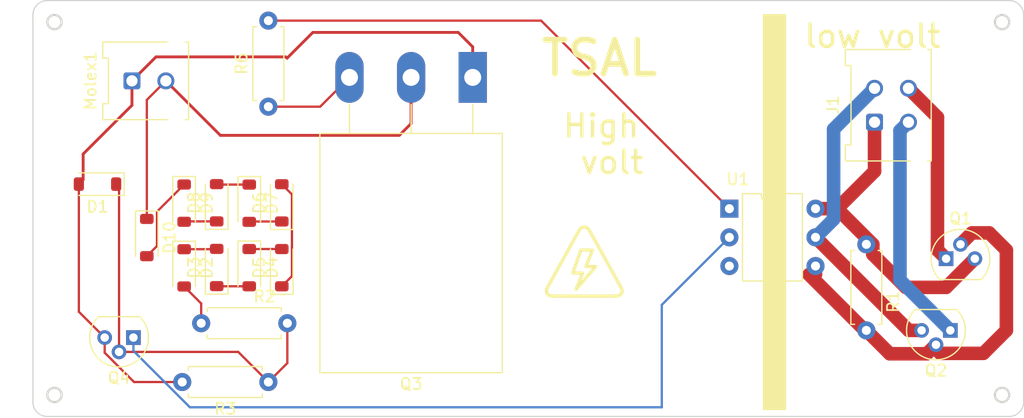
<source format=kicad_pcb>
(kicad_pcb (version 20221018) (generator pcbnew)
  (layers (0 "F.Cu" signal) (31 "B.Cu" signal) (34 "B.Paste" user) (35 "F.Paste" user) (36 "B.SilkS" user "B.Silkscreen") (37 "F.SilkS" user "F.Silkscreen") (38 "B.Mask" user) (39 "F.Mask" user) (44 "Edge.Cuts" user))
  (net 0 "")
  (net 1 "Net-(D1-K)")
  (net 2 "Net-(D1-A)")
  (net 3 "Net-(D4-K)")
  (net 4 "GLV+")
  (net 5 "GLV-")
  (net 6 "GR-")
  (net 7 "RD+")
  (net 8 "Net-(Q1-G)")
  (net 9 "Net-(Q3-S)")
  (net 10 "Net-(Q4-D)")
  (net 11 "Net-(R6-Pad2)")
  (net 13 "Net-(D2-A)")
  (net 14 "Net-(D10-K)")
  (net 15 "Net-(D2-K)")
  (net 16 "Net-(D3-K)")
  (net 17 "Net-(D5-K)")
  (net 18 "Net-(D6-K)")
  (net 19 "Net-(D7-K)")
  (net 20 "Net-(D8-K)")
  (net 21 "Net-(D10-A)")
  (footprint "Resistor_THT:R_Axial_DIN0207_L6.3mm_D2.5mm_P7.62mm_Horizontal" (layer "F.Cu") (at 130.048 113.792 180)
    (fp_text reference "R3" (at 3.81 -2.37) (layer "F.SilkS"))
    (fp_text value "10M")
    (fp_line (start 0.54 -1.37) (end 7.08 -1.37) (stroke (width 0.12)) (layer "F.SilkS"))
    (fp_line (start 0.54 -1.04) (end 0.54 -1.37) (stroke (width 0.12)) (layer "F.SilkS"))
    (fp_line (start 0.54 1.04) (end 0.54 1.37) (stroke (width 0.12)) (layer "F.SilkS"))
    (fp_line (start 0.54 1.37) (end 7.08 1.37) (stroke (width 0.12)) (layer "F.SilkS"))
    (fp_line (start 7.08 -1.37) (end 7.08 -1.04) (stroke (width 0.12)) (layer "F.SilkS"))
    (fp_line (start 7.08 1.37) (end 7.08 1.04) (stroke (width 0.12)) (layer "F.SilkS"))
    (pad "1" thru_hole circle (at 0 0 180) (size 1.6 1.6) (drill 0.8) (layers "*.Cu" "*.Mask") (net 1 "Net-(D1-K)"))
    (pad "2" thru_hole oval (at 7.62 0 180) (size 1.6 1.6) (drill 0.8) (layers "*.Cu" "*.Mask") (net 2 "Net-(D1-A)"))
  )
  (footprint "Connector_Molex:Molex_Micro-Fit_3.0_43045-0212_2x01_P3.00mm_Vertical" (layer "F.Cu") (at 117.9802 87.122 90)
    (fp_text reference "Molex1" (at 0 -3.67 90) (layer "F.SilkS"))
    (fp_text value "043045-0212")
    (fp_line (start -3.435 -2.58) (end -2.015 -2.58) (stroke (width 0.12)) (layer "F.SilkS"))
    (fp_line (start -3.435 3.18) (end -3.435 -2.58) (stroke (width 0.12)) (layer "F.SilkS"))
    (fp_line (start -3.435 4.7) (end -3.435 5.01) (stroke (width 0.12)) (layer "F.SilkS"))
    (fp_line (start -3.435 5.01) (end 3.435 5.01) (stroke (width 0.12)) (layer "F.SilkS"))
    (fp_line (start -2.015 -2.58) (end -2.015 -2.08) (stroke (width 0.12)) (layer "F.SilkS"))
    (fp_line (start -2.015 -2.08) (end 2.015 -2.08) (stroke (width 0.12)) (layer "F.SilkS"))
    (fp_line (start 2.015 -2.58) (end 3.435 -2.58) (stroke (width 0.12)) (layer "F.SilkS"))
    (fp_line (start 2.015 -2.08) (end 2.015 -2.58) (stroke (width 0.12)) (layer "F.SilkS"))
    (fp_line (start 3.435 -2.58) (end 3.435 3.18) (stroke (width 0.12)) (layer "F.SilkS"))
    (fp_line (start 3.435 5.01) (end 3.435 4.7) (stroke (width 0.12)) (layer "F.SilkS"))
    (pad "" np_thru_hole circle (at -3 3.94 90) (size 1 1) (drill 1) (layers "*.Cu" "*.Mask"))
    (pad "" np_thru_hole circle (at 3 3.94 90) (size 1 1) (drill 1) (layers "*.Cu" "*.Mask"))
    (pad "1" thru_hole roundrect (at 0 0 90) (size 1.5 1.5) (drill 1) (layers "*.Cu" "*.Mask") (roundrect_rratio 0.166667) (net 2 "Net-(D1-A)"))
    (pad "2" thru_hole circle (at 0 3 90) (size 1.5 1.5) (drill 1) (layers "*.Cu" "*.Mask") (net 14 "Net-(D10-K)"))
  )
  (footprint "Diode_SMD:D_SOD-123" (layer "F.Cu") (at 131.233334 97.924428 90)
    (fp_text reference "D6" (at 0 -2 90) (layer "F.SilkS"))
    (fp_text value "BZT52-B5V6X")
    (fp_line (start -2.36 -1) (end -2.36 1) (stroke (width 0.12)) (layer "F.SilkS"))
    (fp_line (start -2.36 -1) (end 1.65 -1) (stroke (width 0.12)) (layer "F.SilkS"))
    (fp_line (start -2.36 1) (end 1.65 1) (stroke (width 0.12)) (layer "F.SilkS"))
    (pad "1" smd roundrect (at -1.65 0 90) (size 0.9 1.2) (layers "F.Cu" "F.Paste" "F.Mask") (net 18 "Net-(D6-K)"))
    (pad "2" smd roundrect (at 1.65 0 90) (size 0.9 1.2) (layers "F.Cu" "F.Paste" "F.Mask") (net 17 "Net-(D5-K)"))
  )
  (footprint "Resistor_THT:R_Axial_DIN0207_L6.3mm_D2.5mm_P7.62mm_Horizontal" (layer "F.Cu") (at 182.941 101.6 -90)
    (fp_text reference "R1" (at 5.08 -2.37 90) (layer "F.SilkS"))
    (fp_text value "10000")
    (fp_line (start 0.54 -1.37) (end 7.08 -1.37) (stroke (width 0.12)) (layer "F.SilkS"))
    (fp_line (start 0.54 -1.04) (end 0.54 -1.37) (stroke (width 0.12)) (layer "F.SilkS"))
    (fp_line (start 0.54 1.04) (end 0.54 1.37) (stroke (width 0.12)) (layer "F.SilkS"))
    (fp_line (start 0.54 1.37) (end 7.08 1.37) (stroke (width 0.12)) (layer "F.SilkS"))
    (fp_line (start 7.08 -1.37) (end 7.08 -1.04) (stroke (width 0.12)) (layer "F.SilkS"))
    (fp_line (start 7.08 1.37) (end 7.08 1.04) (stroke (width 0.12)) (layer "F.SilkS"))
    (pad "1" thru_hole circle (at 0 0 270) (size 1.6 1.6) (drill 0.8) (layers "*.Cu" "*.Mask") (net 4 "GLV+"))
    (pad "2" thru_hole oval (at 7.62 0 270) (size 1.6 1.6) (drill 0.8) (layers "*.Cu" "*.Mask") (net 8 "Net-(Q1-G)"))
  )
  (footprint "Resistor_THT:R_Axial_DIN0207_L6.3mm_D2.5mm_P7.62mm_Horizontal" (layer "F.Cu") (at 124.1044 108.585)
    (fp_text reference "R2" (at 5.602 -2.37) (layer "F.SilkS"))
    (fp_text value "1M")
    (fp_line (start 0.54 -1.37) (end 7.08 -1.37) (stroke (width 0.12)) (layer "F.SilkS"))
    (fp_line (start 0.54 -1.04) (end 0.54 -1.37) (stroke (width 0.12)) (layer "F.SilkS"))
    (fp_line (start 0.54 1.04) (end 0.54 1.37) (stroke (width 0.12)) (layer "F.SilkS"))
    (fp_line (start 0.54 1.37) (end 7.08 1.37) (stroke (width 0.12)) (layer "F.SilkS"))
    (fp_line (start 7.08 -1.37) (end 7.08 -1.04) (stroke (width 0.12)) (layer "F.SilkS"))
    (fp_line (start 7.08 1.37) (end 7.08 1.04) (stroke (width 0.12)) (layer "F.SilkS"))
    (pad "1" thru_hole circle (at 0 0) (size 1.6 1.6) (drill 0.8) (layers "*.Cu" "*.Mask") (net 13 "Net-(D2-A)"))
    (pad "2" thru_hole oval (at 7.62 0) (size 1.6 1.6) (drill 0.8) (layers "*.Cu" "*.Mask") (net 1 "Net-(D1-K)"))
  )
  (footprint "Diode_SMD:D_SOD-123" (layer "F.Cu") (at 114.934 96.266 180)
    (fp_text reference "D1" (at 0 -2) (layer "F.SilkS"))
    (fp_text value "BZT52-B12_R1_00001")
    (fp_line (start -2.36 -1) (end -2.36 1) (stroke (width 0.12)) (layer "F.SilkS"))
    (fp_line (start -2.36 -1) (end 1.65 -1) (stroke (width 0.12)) (layer "F.SilkS"))
    (fp_line (start -2.36 1) (end 1.65 1) (stroke (width 0.12)) (layer "F.SilkS"))
    (pad "1" smd roundrect (at -1.65 0 180) (size 0.9 1.2) (layers "F.Cu" "F.Paste" "F.Mask") (net 1 "Net-(D1-K)"))
    (pad "2" smd roundrect (at 1.65 0 180) (size 0.9 1.2) (layers "F.Cu" "F.Paste" "F.Mask") (net 2 "Net-(D1-A)"))
  )
  (footprint "Package_TO_SOT_THT:TO-92" (layer "F.Cu") (at 190.3675 109.22 180)
    (fp_text reference "Q2" (at 1.27 -3.56 180) (layer "F.SilkS"))
    (fp_text value "BS170")
    (fp_line (start -0.53 1.85) (end 3.07 1.85) (stroke (width 0.12)) (layer "F.SilkS"))
    (fp_arc (start -0.568478 1.838478) (mid -1.132087 -0.994977) (end 1.27 -2.6) (stroke (width 0.12)) (layer "F.SilkS"))
    (fp_arc (start 1.27 -2.6) (mid 3.672087 -0.994977) (end 3.108478 1.838478) (stroke (width 0.12)) (layer "F.SilkS"))
    (pad "1" thru_hole rect (at 0 0 180) (size 1.3 1.3) (drill 0.75) (layers "*.Cu" "*.Mask") (net 6 "GR-"))
    (pad "2" thru_hole circle (at 1.27 -1.27 180) (size 1.3 1.3) (drill 0.75) (layers "*.Cu" "*.Mask") (net 8 "Net-(Q1-G)"))
    (pad "3" thru_hole circle (at 2.54 0 180) (size 1.3 1.3) (drill 0.75) (layers "*.Cu" "*.Mask") (net 5 "GLV-"))
  )
  (footprint "Package_TO_SOT_THT:TO-92" (layer "F.Cu") (at 189.9975 102.87)
    (fp_text reference "Q1" (at 1.27 -3.56) (layer "F.SilkS"))
    (fp_text value "BS250P")
    (fp_line (start -0.53 1.85) (end 3.07 1.85) (stroke (width 0.12)) (layer "F.SilkS"))
    (fp_arc (start -0.568478 1.838478) (mid -1.132087 -0.994977) (end 1.27 -2.6) (stroke (width 0.12)) (layer "F.SilkS"))
    (fp_arc (start 1.27 -2.6) (mid 3.672087 -0.994977) (end 3.108478 1.838478) (stroke (width 0.12)) (layer "F.SilkS"))
    (pad "1" thru_hole rect (at 0 0) (size 1.3 1.3) (drill 0.75) (layers "*.Cu" "*.Mask") (net 7 "RD+"))
    (pad "2" thru_hole circle (at 1.27 -1.27) (size 1.3 1.3) (drill 0.75) (layers "*.Cu" "*.Mask") (net 8 "Net-(Q1-G)"))
    (pad "3" thru_hole circle (at 2.54 0) (size 1.3 1.3) (drill 0.75) (layers "*.Cu" "*.Mask") (net 4 "GLV+"))
  )
  (footprint "LOGO" (layer "F.Cu") (at 157.988 103.124)
    (fp_text reference "G***" hide)
    (fp_text value "LOGO" hide)
    (fp_poly (pts (xy 0.221786 -1.162324) (xy 0.361921 -1.162169) (xy 0.477264 -1.161801) (xy 0.57038 -1.161116) (xy 0.643831 -1.160011) (xy 0.700182 -1.158383) (xy 0.741998 -1.156128) (xy 0.77184 -1.153143) (xy 0.792275 -1.149325) (xy 0.805865 -1.14457) (xy 0.815175 -1.138774) (xy 0.815658 -1.138387) (xy 0.855584 -1.0918) (xy 0.874507 -1.037338) (xy 0.875391 -1.023182) (xy 0.870423 -1.004497) (xy 0.856172 -0.96302) (xy 0.833617 -0.901319) (xy 0.803734 -0.821963) (xy 0.767503 -0.727517) (xy 0.725901 -0.62055) (xy 0.679906 -0.503629) (xy 0.630496 -0.379322) (xy 0.622348 -0.358941) (xy 0.572672 -0.234664) (xy 0.526224 -0.118232) (xy 0.483973 -0.012083) (xy 0.446885 0.081341) (xy 0.415925 0.159603) (xy 0.392062 0.220261) (xy 0.376262 0.260876) (xy 0.369491 0.279007) (xy 0.369305 0.279712) (xy 0.382386 0.28153) (xy 0.419235 0.28345) (xy 0.476269 0.285369) (xy 0.549903 0.287183) (xy 0.636549 0.288789) (xy 0.726076 0.290009) (xy 1.082846 0.294077) (xy 1.122737 0.338746) (xy 1.154242 0.391741) (xy 1.162827 0.449942) (xy 1.147804 0.505736) (xy 1.139101 0.520139) (xy 1.123025 0.540815) (xy 1.090963 0.579875) (xy 1.0444 0.635596) (xy 0.98482 0.706255) (xy 0.913708 0.790129) (xy 0.832548 0.885493) (xy 0.742824 0.990624) (xy 0.64602 1.103799) (xy 0.543621 1.223294) (xy 0.437112 1.347386) (xy 0.327975 1.474351) (xy 0.217697 1.602465) (xy 0.107761 1.730006) (xy -0.000349 1.855248) (xy -0.105147 1.97647) (xy -0.205151 2.091947) (xy -0.298875 2.199957) (xy -0.384835 2.298774) (xy -0.461547 2.386677) (xy -0.527527 2.46194) (xy -0.58129 2.522842) (xy -0.621351 2.567658) (xy -0.646227 2.594664) (xy -0.653975 2.602163) (xy -0.710243 2.624997) (xy -0.7656 2.620691) (xy -0.818436 2.589453) (xy -0.828885 2.579666) (xy -0.863211 2.536459) (xy -0.875271 2.495612) (xy -0.87539 2.490825) (xy -0.870402 2.46993) (xy -0.8561 2.426349) (xy -0.83348 2.362733) (xy -0.803537 2.281738) (xy -0.767264 2.186015) (xy -0.725657 2.078217) (xy -0.679711 1.960998) (xy -0.630421 1.83701) (xy -0.627412 1.829495) (xy -0.577938 1.705855) (xy -0.531483 1.589475) (xy -0.489059 1.482915) (xy -0.451682 1.388736) (xy -0.420364 1.309497) (xy -0.396121 1.24776) (xy -0.379966 1.206085) (xy -0.372913 1.187031) (xy -0.372774 1.186565) (xy -0.372308 1.179328) (xy -0.377424 1.173712) (xy -0.391118 1.169513) (xy -0.416389 1.166528) (xy -0.456233 1.164551) (xy -0.513647 1.163379) (xy -0.591629 1.162808) (xy -0.693175 1.162634) (xy -0.724389 1.162628) (xy -1.082664 1.162628) (xy -1.122646 1.122646) (xy -1.152066 1.084189) (xy -1.162322 1.041274) (xy -1.162628 1.029456) (xy -1.157846 1.004736) (xy -1.14357 0.954707) (xy -1.119903 0.879677) (xy -1.112837 0.858293) (xy -0.804044 0.858293) (xy -0.800277 0.863665) (xy -0.783205 0.86786) (xy -0.75036 0.870998) (xy -0.699278 0.873198) (xy -0.627492 0.87458) (xy -0.532537 0.875264) (xy -0.451469 0.875391) (xy -0.09301 0.875391) (xy -0.046505 0.921896) (xy -0.01225 0.964961) (xy -0.000137 1.005704) (xy 0 1.010878) (xy -0.004982 1.034952) (xy -0.018995 1.080364) (xy -0.040641 1.143162) (xy -0.068519 1.219394) (xy -0.101232 1.305109) (xy -0.129876 1.377687) (xy -0.164509 1.46551) (xy -0.193501 1.541685) (xy -0.21587 1.603418) (xy -0.230635 1.647914) (xy -0.236813 1.672379) (xy -0.234355 1.675107) (xy -0.220686 1.659674) (xy -0.191036 1.625529) (xy -0.147197 1.574757) (xy -0.09096 1.509441) (xy -0.024117 1.431665) (xy 0.051539 1.343514) (xy 0.134217 1.247071) (xy 0.222123 1.144419) (xy 0.244584 1.118175) (xy 0.698126 0.588153) (xy 0.409935 0.588153) (xy 0.307652 0.58776) (xy 0.229145 0.586433) (xy 0.170846 0.583949) (xy 0.129183 0.580086) (xy 0.100587 0.57462) (xy 0.082219 0.567714) (xy 0.032316 0.52934) (xy 0.004679 0.479231) (xy 0 0.445576) (xy 0.004973 0.42509) (xy 0.019238 0.381862) (xy 0.041816 0.3185) (xy 0.071727 0.237617) (xy 0.107992 0.141823) (xy 0.149631 0.033729) (xy 0.195664 -0.084054) (xy 0.245112 -0.208916) (xy 0.253043 -0.228796) (xy 0.302681 -0.353219) (xy 0.349097 -0.469807) (xy 0.391324 -0.576118) (xy 0.428399 -0.669714) (xy 0.459357 -0.748156) (xy 0.483234 -0.809003) (xy 0.499066 -0.849815) (xy 0.505887 -0.868153) (xy 0.506085 -0.868907) (xy 0.493014 -0.870668) (xy 0.456225 -0.872247) (xy 0.399357 -0.873577) (xy 0.326048 -0.874588) (xy 0.239937 -0.875213) (xy 0.159597 -0.87539) (xy -0.18689 -0.87539) (xy -0.492525 -0.017097) (xy -0.544759 0.129596) (xy -0.594349 0.268882) (xy -0.640525 0.398591) (xy -0.682512 0.516554) (xy -0.71954 0.620599) (xy -0.750835 0.708556) (xy -0.775625 0.778256) (xy -0.793139 0.827529) (xy -0.802603 0.854203) (xy -0.804044 0.858293) (xy -1.112837 0.858293) (xy -1.086951 0.779954) (xy -1.044818 0.655847) (xy -0.993607 0.507663) (xy -0.933423 0.33571) (xy -0.864371 0.140296) (xy -0.806858 -0.02138) (xy -0.749975 -0.180742) (xy -0.69533 -0.333547) (xy -0.64368 -0.477696) (xy -0.595781 -0.611095) (xy -0.552389 -0.731646) (xy -0.51426 -0.837251) (xy -0.48215 -0.925815) (xy -0.456814 -0.995241) (xy -0.43901 -1.043431) (xy -0.429492 -1.068289) (xy -0.428772 -1.070001) (xy -0.419133 -1.092004) (xy -0.409564 -1.110218) (xy -0.397552 -1.124997) (xy -0.380585 -1.1367) (xy -0.356152 -1.145681) (xy -0.32174 -1.152299) (xy -0.274837 -1.156908) (xy -0.212931 -1.159866) (xy -0.133509 -1.16153) (xy -0.034061 -1.162255) (xy 0.087927 -1.162399)) (fill solid) (layer "F.SilkS"))
    (fp_poly (pts (xy 0.091361 -3.205002) (xy 0.098082 -3.204001) (xy 0.210467 -3.175667) (xy 0.317147 -3.128156) (xy 0.410502 -3.065375) (xy 0.460374 -3.018287) (xy 0.471136 -3.004415) (xy 0.487371 -2.980218) (xy 0.509513 -2.944927) (xy 0.537993 -2.897773) (xy 0.573245 -2.837986) (xy 0.6157 -2.764798) (xy 0.665792 -2.677438) (xy 0.723953 -2.575139) (xy 0.790616 -2.45713) (xy 0.866213 -2.322643) (xy 0.951177 -2.170908) (xy 1.04594 -2.001156) (xy 1.150936 -1.812618) (xy 1.266596 -1.604525) (xy 1.393354 -1.376108) (xy 1.531642 -1.126597) (xy 1.681892 -0.855223) (xy 1.844537 -0.561217) (xy 1.976468 -0.32259) (xy 2.114557 -0.07268) (xy 2.249364 0.171461) (xy 2.380273 0.408708) (xy 2.506664 0.637935) (xy 2.627922 0.858018) (xy 2.743427 1.067832) (xy 2.852564 1.266253) (xy 2.954715 1.452154) (xy 3.049262 1.624411) (xy 3.135588 1.781899) (xy 3.213075 1.923494) (xy 3.281107 2.048069) (xy 3.339065 2.154501) (xy 3.386333 2.241664) (xy 3.422292 2.308434) (xy 3.446326 2.353684) (xy 3.457817 2.376291) (xy 3.458408 2.37763) (xy 3.49094 2.490327) (xy 3.499214 2.608388) (xy 3.484391 2.727065) (xy 3.44763 2.841606) (xy 3.390092 2.947264) (xy 3.312937 3.039288) (xy 3.292123 3.058389) (xy 3.21222 3.114957) (xy 3.117229 3.161868) (xy 3.019093 3.193667) (xy 2.979146 3.201302) (xy 2.956856 3.202547) (xy 2.908768 3.203715) (xy 2.836433 3.204807) (xy 2.741405 3.205824) (xy 2.625236 3.206764) (xy 2.48948 3.20763) (xy 2.335688 3.208419) (xy 2.165414 3.209134) (xy 1.98021 3.209774) (xy 1.781629 3.210339) (xy 1.571224 3.21083) (xy 1.350547 3.211246) (xy 1.121151 3.211589) (xy 0.88459 3.211857) (xy 0.642415 3.212052) (xy 0.396179 3.212174) (xy 0.147436 3.212222) (xy -0.102263 3.212197) (xy -0.351364 3.2121) (xy -0.598314 3.211929) (xy -0.841562 3.211687) (xy -1.079553 3.211372) (xy -1.310737 3.210985) (xy -1.533559 3.210526) (xy -1.746467 3.209996) (xy -1.947908 3.209395) (xy -2.13633 3.208722) (xy -2.310179 3.207978) (xy -2.467904 3.207164) (xy -2.607951 3.206279) (xy -2.728768 3.205324) (xy -2.828801 3.204298) (xy -2.906499 3.203203) (xy -2.960308 3.202038) (xy -2.988676 3.200804) (xy -2.991465 3.200506) (xy -3.068497 3.181009) (xy -3.152727 3.146387) (xy -3.23308 3.101874) (xy -3.292122 3.058389) (xy -3.373711 2.970251) (xy -3.435955 2.867365) (xy -3.477694 2.754481) (xy -3.497767 2.636348) (xy -3.49754 2.626561) (xy -3.198409 2.626561) (xy -3.184856 2.702027) (xy -3.173633 2.732233) (xy -3.124866 2.808288) (xy -3.055548 2.866441) (xy -3.015993 2.887606) (xy -3.009043 2.890464) (xy -3.000368 2.893097) (xy -2.988875 2.895515) (xy -2.973474 2.897728) (xy -2.95307 2.899745) (xy -2.926572 2.901575) (xy -2.892886 2.903228) (xy -2.850921 2.904711) (xy -2.799584 2.906036) (xy -2.737781 2.907211) (xy -2.664422 2.908244) (xy -2.578412 2.909147) (xy -2.47866 2.909927) (xy -2.364072 2.910595) (xy -2.233557 2.911158) (xy -2.086022 2.911627) (xy -1.920374 2.912011) (xy -1.735521 2.912319) (xy -1.53037 2.912561) (xy -1.303829 2.912745) (xy -1.054804 2.912881) (xy -0.782204 2.912977) (xy -0.484936 2.913045) (xy -0.161907 2.913091) (xy -0.00431 2.913108) (xy 0.37363 2.913092) (xy 0.724555 2.912962) (xy 1.048805 2.912716) (xy 1.346721 2.912353) (xy 1.618643 2.911872) (xy 1.864913 2.911271) (xy 2.08587 2.910548) (xy 2.281855 2.909701) (xy 2.453209 2.908729) (xy 2.600271 2.907631) (xy 2.723384 2.906405) (xy 2.822886 2.905048) (xy 2.89912 2.903561) (xy 2.952425 2.90194) (xy 2.983141 2.900185) (xy 2.991167 2.898966) (xy 3.069409 2.856322) (xy 3.131599 2.795787) (xy 3.175559 2.722202) (xy 3.199111 2.640409) (xy 3.200075 2.555249) (xy 3.179818 2.479697) (xy 3.17129 2.463104) (xy 3.150133 2.423688) (xy 3.116962 2.362562) (xy 3.072388 2.280841) (xy 3.017024 2.17964) (xy 2.951483 2.060072) (xy 2.876379 1.923252) (xy 2.792324 1.770294) (xy 2.699932 1.602313) (xy 2.599814 1.420423) (xy 2.492584 1.225737) (xy 2.378854 1.019371) (xy 2.259239 0.802439) (xy 2.13435 0.576054) (xy 2.0048 0.341331) (xy 1.871203 0.099385) (xy 1.734171 -0.14867) (xy 1.720113 -0.174111) (xy 1.54566 -0.489648) (xy 1.380996 -0.787124) (xy 1.226355 -1.066122) (xy 1.081969 -1.326228) (xy 0.948072 -1.567025) (xy 0.824896 -1.788099) (xy 0.712674 -1.989033) (xy 0.611639 -2.169412) (xy 0.522024 -2.328821) (xy 0.444062 -2.466843) (xy 0.377985 -2.583064) (xy 0.324027 -2.677068) (xy 0.28242 -2.74844) (xy 0.253397 -2.796763) (xy 0.237192 -2.821623) (xy 0.234857 -2.82445) (xy 0.167929 -2.873115) (xy 0.08806 -2.90247) (xy 0.001665 -2.912512) (xy -0.084843 -2.903239) (xy -0.165049 -2.874649) (xy -0.232541 -2.82674) (xy -0.23471 -2.824597) (xy -0.246952 -2.806948) (xy -0.272071 -2.765737) (xy -0.309818 -2.701406) (xy -0.359949 -2.614396) (xy -0.422214 -2.505147) (xy -0.496367 -2.3741) (xy -0.582161 -2.221697) (xy -0.679349 -2.048379) (xy -0.787683 -1.854586) (xy -0.906916 -1.64076) (xy -1.036802 -1.407341) (xy -1.177093 -1.15477) (xy -1.327542 -0.883489) (xy -1.487902 -0.593939) (xy -1.657925 -0.286559) (xy -1.719874 -0.174478) (xy -1.857228 0.074132) (xy -1.99121 0.316748) (xy -2.121206 0.552255) (xy -2.246604 0.779539) (xy -2.366792 0.997485) (xy -2.481155 1.204979) (xy -2.589082 1.400907) (xy -2.689958 1.584154) (xy -2.783172 1.753606) (xy -2.868109 1.908148) (xy -2.944158 2.046666) (xy -3.010705 2.168046) (xy -3.067136 2.271173) (xy -3.11284 2.354933) (xy -3.147203 2.418212) (xy -3.169612 2.459894) (xy -3.179454 2.478866) (xy -3.179725 2.479477) (xy -3.196801 2.548164) (xy -3.198409 2.626561) (xy -3.49754 2.626561) (xy -3.495015 2.517716) (xy -3.468278 2.403334) (xy -3.458408 2.37763) (xy -3.448799 2.358421) (xy -3.426557 2.316405) (xy -3.392299 2.252705) (xy -3.346644 2.168448) (xy -3.290207 2.064758) (xy -3.223607 1.94276) (xy -3.147461 1.803579) (xy -3.062386 1.64834) (xy -2.969001 1.478168) (xy -2.867921 1.294188) (xy -2.759765 1.097525) (xy -2.64515 0.889303) (xy -2.524694 0.670648) (xy -2.399013 0.442685) (xy -2.268725 0.206539) (xy -2.134448 -0.036666) (xy -1.996799 -0.285804) (xy -1.976467 -0.32259) (xy -1.804129 -0.634279) (xy -1.644515 -0.922753) (xy -1.497191 -1.188781) (xy -1.361726 -1.433131) (xy -1.237685 -1.656574) (xy -1.124638 -1.859877) (xy -1.022151 -2.043811) (xy -0.929792 -2.209145) (xy -0.847128 -2.356647) (xy -0.773727 -2.487087) (xy -0.709155 -2.601235) (xy -0.652981 -2.699858) (xy -0.604772 -2.783728) (xy -0.564094 -2.853612) (xy -0.530517 -2.910279) (xy -0.503606 -2.9545) (xy -0.482929 -2.987044) (xy -0.468054 -3.008678) (xy -0.460374 -3.018287) (xy -0.373057 -3.09463) (xy -0.268865 -3.153255) (xy -0.153158 -3.192381) (xy -0.031296 -3.210224)) (fill solid) (layer "F.SilkS"))
  )
  (footprint "Diode_SMD:D_SOD-123" (layer "F.Cu") (at 128.354666 97.956572 -90)
    (fp_text reference "D7" (at 0 -2 90) (layer "F.SilkS"))
    (fp_text value "BZT52-B5V6X")
    (fp_line (start -2.36 -1) (end -2.36 1) (stroke (width 0.12)) (layer "F.SilkS"))
    (fp_line (start -2.36 -1) (end 1.65 -1) (stroke (width 0.12)) (layer "F.SilkS"))
    (fp_line (start -2.36 1) (end 1.65 1) (stroke (width 0.12)) (layer "F.SilkS"))
    (pad "1" smd roundrect (at -1.65 0 270) (size 0.9 1.2) (layers "F.Cu" "F.Paste" "F.Mask") (net 19 "Net-(D7-K)"))
    (pad "2" smd roundrect (at 1.65 0 270) (size 0.9 1.2) (layers "F.Cu" "F.Paste" "F.Mask") (net 18 "Net-(D6-K)"))
  )
  (footprint "Diode_SMD:D_SOD-123" (layer "F.Cu") (at 128.354666 103.664144 -90)
    (fp_text reference "D4" (at 0 -2 90) (layer "F.SilkS"))
    (fp_text value "BZT52-B5V6X")
    (fp_line (start -2.36 -1) (end -2.36 1) (stroke (width 0.12)) (layer "F.SilkS"))
    (fp_line (start -2.36 -1) (end 1.65 -1) (stroke (width 0.12)) (layer "F.SilkS"))
    (fp_line (start -2.36 1) (end 1.65 1) (stroke (width 0.12)) (layer "F.SilkS"))
    (pad "1" smd roundrect (at -1.65 0 270) (size 0.9 1.2) (layers "F.Cu" "F.Paste" "F.Mask") (net 3 "Net-(D4-K)"))
    (pad "2" smd roundrect (at 1.65 0 270) (size 0.9 1.2) (layers "F.Cu" "F.Paste" "F.Mask") (net 16 "Net-(D3-K)"))
  )
  (footprint "Connector_Molex:Molex_Micro-Fit_3.0_43045-0412_2x02_P3.00mm_Vertical" (layer "F.Cu") (at 183.6646 90.7796 90)
    (fp_text reference "J1" (at 1.5 -3.67 90) (layer "F.SilkS"))
    (fp_text value "043045-0412")
    (fp_line (start -3.435 -2.58) (end -2.015 -2.58) (stroke (width 0.12)) (layer "F.SilkS"))
    (fp_line (start -3.435 3.18) (end -3.435 -2.58) (stroke (width 0.12)) (layer "F.SilkS"))
    (fp_line (start -3.435 4.7) (end -3.435 5.01) (stroke (width 0.12)) (layer "F.SilkS"))
    (fp_line (start -3.435 5.01) (end 6.435 5.01) (stroke (width 0.12)) (layer "F.SilkS"))
    (fp_line (start -2.015 -2.58) (end -2.015 -2.08) (stroke (width 0.12)) (layer "F.SilkS"))
    (fp_line (start -2.015 -2.08) (end 5.015 -2.08) (stroke (width 0.12)) (layer "F.SilkS"))
    (fp_line (start 5.015 -2.58) (end 6.435 -2.58) (stroke (width 0.12)) (layer "F.SilkS"))
    (fp_line (start 5.015 -2.08) (end 5.015 -2.58) (stroke (width 0.12)) (layer "F.SilkS"))
    (fp_line (start 6.435 -2.58) (end 6.435 3.18) (stroke (width 0.12)) (layer "F.SilkS"))
    (fp_line (start 6.435 5.01) (end 6.435 4.7) (stroke (width 0.12)) (layer "F.SilkS"))
    (pad "" np_thru_hole circle (at -3 3.94 90) (size 1 1) (drill 1) (layers "*.Cu" "*.Mask"))
    (pad "" np_thru_hole circle (at 6 3.94 90) (size 1 1) (drill 1) (layers "*.Cu" "*.Mask"))
    (pad "1" thru_hole roundrect (at 0 0 90) (size 1.5 1.5) (drill 1) (layers "*.Cu" "*.Mask") (roundrect_rratio 0.166667) (net 4 "GLV+"))
    (pad "2" thru_hole circle (at 3 0 90) (size 1.5 1.5) (drill 1) (layers "*.Cu" "*.Mask") (net 5 "GLV-"))
    (pad "3" thru_hole circle (at 0 3 90) (size 1.5 1.5) (drill 1) (layers "*.Cu" "*.Mask") (net 6 "GR-"))
    (pad "4" thru_hole circle (at 3 3 90) (size 1.5 1.5) (drill 1) (layers "*.Cu" "*.Mask") (net 7 "RD+"))
  )
  (footprint "Package_DIP:DIP-6_W7.62mm" (layer "F.Cu") (at 170.825 98.44)
    (fp_text reference "U1" (at 0.752 -2.6058) (layer "F.SilkS"))
    (fp_text value "H11L1M")
    (fp_line (start 1.16 -1.33) (end 1.16 6.41) (stroke (width 0.12)) (layer "F.SilkS"))
    (fp_line (start 1.16 6.41) (end 6.46 6.41) (stroke (width 0.12)) (layer "F.SilkS"))
    (fp_line (start 2.81 -1.33) (end 1.16 -1.33) (stroke (width 0.12)) (layer "F.SilkS"))
    (fp_line (start 6.46 -1.33) (end 4.81 -1.33) (stroke (width 0.12)) (layer "F.SilkS"))
    (fp_line (start 6.46 6.41) (end 6.46 -1.33) (stroke (width 0.12)) (layer "F.SilkS"))
    (fp_arc (start 4.81 -1.33) (mid 3.81 -0.33) (end 2.81 -1.33) (stroke (width 0.12)) (layer "F.SilkS"))
    (pad "1" thru_hole rect (at 0 0) (size 1.6 1.6) (drill 0.8) (layers "*.Cu" "*.Mask") (net 11 "Net-(R6-Pad2)"))
    (pad "2" thru_hole oval (at 0 2.54) (size 1.6 1.6) (drill 0.8) (layers "*.Cu" "*.Mask") (net 10 "Net-(Q4-D)"))
    (pad "3" thru_hole oval (at 0 5.08) (size 1.6 1.6) (drill 0.8) (layers "*.Cu" "*.Mask"))
    (pad "4" thru_hole oval (at 7.62 5.08) (size 1.6 1.6) (drill 0.8) (layers "*.Cu" "*.Mask") (net 8 "Net-(Q1-G)"))
    (pad "5" thru_hole oval (at 7.62 2.54) (size 1.6 1.6) (drill 0.8) (layers "*.Cu" "*.Mask") (net 5 "GLV-"))
    (pad "6" thru_hole oval (at 7.62 0) (size 1.6 1.6) (drill 0.8) (layers "*.Cu" "*.Mask") (net 4 "GLV+"))
  )
  (footprint "Diode_SMD:D_SOD-123" (layer "F.Cu") (at 122.597334 103.67981 -90)
    (fp_text reference "D2" (at 0 -2 90) (layer "F.SilkS"))
    (fp_text value "BZT52-B5V6X")
    (fp_line (start -2.36 -1) (end -2.36 1) (stroke (width 0.12)) (layer "F.SilkS"))
    (fp_line (start -2.36 -1) (end 1.65 -1) (stroke (width 0.12)) (layer "F.SilkS"))
    (fp_line (start -2.36 1) (end 1.65 1) (stroke (width 0.12)) (layer "F.SilkS"))
    (pad "1" smd roundrect (at -1.65 0 270) (size 0.9 1.2) (layers "F.Cu" "F.Paste" "F.Mask") (net 15 "Net-(D2-K)"))
    (pad "2" smd roundrect (at 1.65 0 270) (size 0.9 1.2) (layers "F.Cu" "F.Paste" "F.Mask") (net 13 "Net-(D2-A)"))
  )
  (footprint "Diode_SMD:D_SOD-123" (layer "F.Cu") (at 131.233334 103.666142 90)
    (fp_text reference "D5" (at 0 -2 90) (layer "F.SilkS"))
    (fp_text value "BZT52-B5V6X")
    (fp_line (start -2.36 -1) (end -2.36 1) (stroke (width 0.12)) (layer "F.SilkS"))
    (fp_line (start -2.36 -1) (end 1.65 -1) (stroke (width 0.12)) (layer "F.SilkS"))
    (fp_line (start -2.36 1) (end 1.65 1) (stroke (width 0.12)) (layer "F.SilkS"))
    (pad "1" smd roundrect (at -1.65 0 90) (size 0.9 1.2) (layers "F.Cu" "F.Paste" "F.Mask") (net 17 "Net-(D5-K)"))
    (pad "2" smd roundrect (at 1.65 0 90) (size 0.9 1.2) (layers "F.Cu" "F.Paste" "F.Mask") (net 3 "Net-(D4-K)"))
  )
  (footprint "Diode_SMD:D_SOD-123" (layer "F.Cu") (at 119.295334 100.998144 -90)
    (fp_text reference "D10" (at 0 -2 90) (layer "F.SilkS"))
    (fp_text value "BZT52-B5V6X")
    (fp_line (start -2.36 -1) (end -2.36 1) (stroke (width 0.12)) (layer "F.SilkS"))
    (fp_line (start -2.36 -1) (end 1.65 -1) (stroke (width 0.12)) (layer "F.SilkS"))
    (fp_line (start -2.36 1) (end 1.65 1) (stroke (width 0.12)) (layer "F.SilkS"))
    (pad "1" smd roundrect (at -1.65 0 270) (size 0.9 1.2) (layers "F.Cu" "F.Paste" "F.Mask") (net 14 "Net-(D10-K)"))
    (pad "2" smd roundrect (at 1.65 0 270) (size 0.9 1.2) (layers "F.Cu" "F.Paste" "F.Mask") (net 21 "Net-(D10-A)"))
  )
  (footprint "Package_TO_SOT_THT:TO-247-3_Horizontal_TabDown" (layer "F.Cu") (at 148.1218 86.8144 180)
    (fp_text reference "Q3" (at 5.45 -27.15) (layer "F.SilkS"))
    (fp_text value "UJ3N120035K3S")
    (fp_line (start -2.62 -26.15) (end -2.62 -4.96) (stroke (width 0.12)) (layer "F.SilkS"))
    (fp_line (start -2.62 -26.15) (end 13.52 -26.15) (stroke (width 0.12)) (layer "F.SilkS"))
    (fp_line (start -2.62 -4.96) (end 13.52 -4.96) (stroke (width 0.12)) (layer "F.SilkS"))
    (fp_line (start 0 -4.96) (end 0 -2.4) (stroke (width 0.12)) (layer "F.SilkS"))
    (fp_line (start 5.45 -4.96) (end 5.45 -2.4) (stroke (width 0.12)) (layer "F.SilkS"))
    (fp_line (start 10.9 -4.96) (end 10.9 -2.4) (stroke (width 0.12)) (layer "F.SilkS"))
    (fp_line (start 13.52 -26.15) (end 13.52 -4.96) (stroke (width 0.12)) (layer "F.SilkS"))
    (pad "" np_thru_hole oval (at 5.45 -19.86 180) (size 3.6 3.6) (drill 3.6) (layers "*.Cu" "*.Mask"))
    (pad "1" thru_hole rect (at 0 0 180) (size 2.5 4.5) (drill 1.5) (layers "*.Cu" "*.Mask") (net 2 "Net-(D1-A)"))
    (pad "2" thru_hole oval (at 5.45 0 180) (size 2.5 4.5) (drill 1.5) (layers "*.Cu" "*.Mask") (net 14 "Net-(D10-K)"))
    (pad "3" thru_hole oval (at 10.9 0 180) (size 2.5 4.5) (drill 1.5) (layers "*.Cu" "*.Mask") (net 9 "Net-(Q3-S)"))
  )
  (footprint "Diode_SMD:D_SOD-123" (layer "F.Cu") (at 125.476 97.918 90)
    (fp_text reference "D8" (at 0 -2 90) (layer "F.SilkS"))
    (fp_text value "BZT52-B5V6X")
    (fp_line (start -2.36 -1) (end -2.36 1) (stroke (width 0.12)) (layer "F.SilkS"))
    (fp_line (start -2.36 -1) (end 1.65 -1) (stroke (width 0.12)) (layer "F.SilkS"))
    (fp_line (start -2.36 1) (end 1.65 1) (stroke (width 0.12)) (layer "F.SilkS"))
    (pad "1" smd roundrect (at -1.65 0 90) (size 0.9 1.2) (layers "F.Cu" "F.Paste" "F.Mask") (net 20 "Net-(D8-K)"))
    (pad "2" smd roundrect (at 1.65 0 90) (size 0.9 1.2) (layers "F.Cu" "F.Paste" "F.Mask") (net 19 "Net-(D7-K)"))
  )
  (footprint "Diode_SMD:D_SOD-123" (layer "F.Cu") (at 125.476 103.650476 90)
    (fp_text reference "D3" (at 0 -2 90) (layer "F.SilkS"))
    (fp_text value "BZT52-B5V6X")
    (fp_line (start -2.36 -1) (end -2.36 1) (stroke (width 0.12)) (layer "F.SilkS"))
    (fp_line (start -2.36 -1) (end 1.65 -1) (stroke (width 0.12)) (layer "F.SilkS"))
    (fp_line (start -2.36 1) (end 1.65 1) (stroke (width 0.12)) (layer "F.SilkS"))
    (pad "1" smd roundrect (at -1.65 0 90) (size 0.9 1.2) (layers "F.Cu" "F.Paste" "F.Mask") (net 16 "Net-(D3-K)"))
    (pad "2" smd roundrect (at 1.65 0 90) (size 0.9 1.2) (layers "F.Cu" "F.Paste" "F.Mask") (net 15 "Net-(D2-K)"))
  )
  (footprint "Diode_SMD:D_SOD-123" (layer "F.Cu") (at 122.597334 97.950144 -90)
    (fp_text reference "D9" (at 0 -2 90) (layer "F.SilkS"))
    (fp_text value "BZT52-B5V6X")
    (fp_line (start -2.36 -1) (end -2.36 1) (stroke (width 0.12)) (layer "F.SilkS"))
    (fp_line (start -2.36 -1) (end 1.65 -1) (stroke (width 0.12)) (layer "F.SilkS"))
    (fp_line (start -2.36 1) (end 1.65 1) (stroke (width 0.12)) (layer "F.SilkS"))
    (pad "1" smd roundrect (at -1.65 0 270) (size 0.9 1.2) (layers "F.Cu" "F.Paste" "F.Mask") (net 21 "Net-(D10-A)"))
    (pad "2" smd roundrect (at 1.65 0 270) (size 0.9 1.2) (layers "F.Cu" "F.Paste" "F.Mask") (net 20 "Net-(D8-K)"))
  )
  (footprint "Package_TO_SOT_THT:TO-92" (layer "F.Cu") (at 118.11 109.855 180)
    (fp_text reference "Q4" (at 1.27 -3.56) (layer "F.SilkS"))
    (fp_text value "BS170")
    (fp_line (start -0.53 1.85) (end 3.07 1.85) (stroke (width 0.12)) (layer "F.SilkS"))
    (fp_arc (start -0.568478 1.838478) (mid -1.132087 -0.994977) (end 1.27 -2.6) (stroke (width 0.12)) (layer "F.SilkS"))
    (fp_arc (start 1.27 -2.6) (mid 3.672087 -0.994977) (end 3.108478 1.838478) (stroke (width 0.12)) (layer "F.SilkS"))
    (pad "1" thru_hole rect (at 0 0 180) (size 1.3 1.3) (drill 0.75) (layers "*.Cu" "*.Mask") (net 10 "Net-(Q4-D)"))
    (pad "2" thru_hole circle (at 1.27 -1.27 180) (size 1.3 1.3) (drill 0.75) (layers "*.Cu" "*.Mask") (net 1 "Net-(D1-K)"))
    (pad "3" thru_hole circle (at 2.54 0 180) (size 1.3 1.3) (drill 0.75) (layers "*.Cu" "*.Mask") (net 2 "Net-(D1-A)"))
  )
  (footprint "Resistor_THT:R_Axial_DIN0207_L6.3mm_D2.5mm_P7.62mm_Horizontal" (layer "F.Cu") (at 130.048 89.408 90)
    (fp_text reference "R6" (at 3.81 -2.37 90) (layer "F.SilkS"))
    (fp_text value "5500")
    (fp_line (start 0.54 -1.37) (end 7.08 -1.37) (stroke (width 0.12)) (layer "F.SilkS"))
    (fp_line (start 0.54 -1.04) (end 0.54 -1.37) (stroke (width 0.12)) (layer "F.SilkS"))
    (fp_line (start 0.54 1.04) (end 0.54 1.37) (stroke (width 0.12)) (layer "F.SilkS"))
    (fp_line (start 0.54 1.37) (end 7.08 1.37) (stroke (width 0.12)) (layer "F.SilkS"))
    (fp_line (start 7.08 -1.37) (end 7.08 -1.04) (stroke (width 0.12)) (layer "F.SilkS"))
    (fp_line (start 7.08 1.37) (end 7.08 1.04) (stroke (width 0.12)) (layer "F.SilkS"))
    (pad "1" thru_hole circle (at 0 0 90) (size 1.6 1.6) (drill 0.8) (layers "*.Cu" "*.Mask") (net 9 "Net-(Q3-S)"))
    (pad "2" thru_hole oval (at 7.62 0 90) (size 1.6 1.6) (drill 0.8) (layers "*.Cu" "*.Mask") (net 11 "Net-(R6-Pad2)"))
  )
  (gr_rect (start 173.863 81.28) (end 175.768 116.205) (stroke (width 0.15)) (fill none) (layer "F.SilkS"))
  (gr_line (start 195.58 116.84) (end 110.49 116.84) (stroke (width 0.1)) (layer "Edge.Cuts"))
  (gr_arc (start 195.58 80.01) (mid 196.478026 80.381974) (end 196.85 81.28) (stroke (width 0.1)) (layer "Edge.Cuts"))
  (gr_circle (center 194.945 114.935) (end 195.58 114.935) (stroke (width 0.2)) (fill none) (layer "Edge.Cuts"))
  (gr_arc (start 110.49 116.84) (mid 109.591974 116.468026) (end 109.22 115.57) (stroke (width 0.1)) (layer "Edge.Cuts"))
  (gr_arc (start 196.85 115.57) (mid 196.478026 116.468026) (end 195.58 116.84) (stroke (width 0.1)) (layer "Edge.Cuts"))
  (gr_circle (center 111.125 114.935) (end 111.76 114.935) (stroke (width 0.2)) (fill none) (layer "Edge.Cuts"))
  (gr_line (start 109.22 115.57) (end 109.22 81.28) (stroke (width 0.1)) (layer "Edge.Cuts"))
  (gr_circle (center 194.945 81.915) (end 195.58 81.915) (stroke (width 0.2)) (fill none) (layer "Edge.Cuts"))
  (gr_arc (start 109.22 81.28) (mid 109.591974 80.381974) (end 110.49 80.01) (stroke (width 0.1)) (layer "Edge.Cuts"))
  (gr_circle (center 111.125 81.915) (end 111.76 81.915) (stroke (width 0.2)) (fill none) (layer "Edge.Cuts"))
  (gr_line (start 110.49 80.01) (end 195.58 80.01) (stroke (width 0.1)) (layer "Edge.Cuts"))
  (gr_line (start 196.85 81.28) (end 196.85 115.57) (stroke (width 0.1)) (layer "Edge.Cuts"))
  (gr_text "low volt\n" (at 177.292 84.328) (layer "F.SilkS") (effects (font (size 2 2) (thickness 0.3)) (justify left bottom)))
  (gr_text "High \n volt" (at 155.956 95.504) (layer "F.SilkS") (effects (font (size 2 2) (thickness 0.3)) (justify left bottom)))
  (gr_text "TSAL" (at 153.924 86.868) (layer "F.SilkS") (effects (font (size 3 3) (thickness 0.5) bold) (justify left bottom)))
  (segment (start 127.381 111.125) (end 116.84 111.125) (width 0.2) (layer "F.Cu") (net 1))
  (segment (start 130.048 113.792) (end 127.381 111.125) (width 0.2) (layer "F.Cu") (net 1))
  (segment (start 116.84 96.522) (end 116.84 111.125) (width 0.2) (layer "F.Cu") (net 1))
  (segment (start 131.7244 112.1156) (end 130.048 113.792) (width 0.2) (layer "F.Cu") (net 1))
  (segment (start 116.584 96.266) (end 116.84 96.522) (width 0.2) (layer "F.Cu") (net 1))
  (segment (start 131.7244 108.585) (end 131.7244 112.1156) (width 0.2) (layer "F.Cu") (net 1))
  (segment (start 120.1052 84.997) (end 131.5806 84.997) (width 0.25) (layer "F.Cu") (net 2))
  (segment (start 148.1218 86.8144) (end 148.1218 84.1138) (width 0.25) (layer "F.Cu") (net 2))
  (segment (start 113.665 93.599) (end 113.665 95.885) (width 0.25) (layer "F.Cu") (net 2))
  (segment (start 113.284 96.266) (end 113.284 107.569) (width 0.2) (layer "F.Cu") (net 2))
  (segment (start 113.284 107.569) (end 115.287158 109.572158) (width 0.2) (layer "F.Cu") (net 2))
  (segment (start 115.57 111.198503) (end 115.57 109.855) (width 0.2) (layer "F.Cu") (net 2))
  (segment (start 118.163497 113.792) (end 115.57 111.198503) (width 0.2) (layer "F.Cu") (net 2))
  (segment (start 131.5806 84.997) (end 131.699 85.1154) (width 0.25) (layer "F.Cu") (net 2))
  (segment (start 117.9802 87.122) (end 120.1052 84.997) (width 0.25) (layer "F.Cu") (net 2))
  (segment (start 148.1218 84.1138) (end 146.8374 82.8294) (width 0.25) (layer "F.Cu") (net 2))
  (segment (start 133.985 82.8294) (end 131.699 85.1154) (width 0.25) (layer "F.Cu") (net 2))
  (segment (start 113.665 95.885) (end 113.58452 95.96548) (width 0.25) (layer "F.Cu") (net 2))
  (segment (start 117.9802 87.122) (end 117.9802 89.2838) (width 0.25) (layer "F.Cu") (net 2))
  (segment (start 122.428 113.792) (end 118.163497 113.792) (width 0.2) (layer "F.Cu") (net 2))
  (segment (start 146.8374 82.8294) (end 133.985 82.8294) (width 0.25) (layer "F.Cu") (net 2))
  (segment (start 117.9802 89.2838) (end 113.665 93.599) (width 0.25) (layer "F.Cu") (net 2))
  (segment (start 128.356664 102.016142) (end 128.354666 102.014144) (width 0.2) (layer "F.Cu") (net 3))
  (segment (start 131.233334 102.016142) (end 128.356664 102.016142) (width 0.2) (layer "F.Cu") (net 3))
  (segment (start 186.436 105.41) (end 189.99475 105.41) (width 1.2) (layer "F.Cu") (net 4))
  (segment (start 178.445 98.44) (end 180.355 98.44) (width 1.2) (layer "F.Cu") (net 4))
  (segment (start 189.99475 105.41) (end 192.53475 102.87) (width 1.2) (layer "F.Cu") (net 4))
  (segment (start 183.515 102.489) (end 186.436 105.41) (width 1.2) (layer "F.Cu") (net 4))
  (segment (start 180.355 98.44) (end 183.515 101.6) (width 1.2) (layer "F.Cu") (net 4))
  (segment (start 183.6646 95.1304) (end 180.355 98.44) (width 1.2) (layer "F.Cu") (net 4))
  (segment (start 183.515 101.6) (end 183.515 102.489) (width 1.2) (layer "F.Cu") (net 4))
  (segment (start 183.6646 90.7796) (end 183.6646 95.1304) (width 1.2) (layer "F.Cu") (net 4))
  (segment (start 192.53475 102.87) (end 192.5375 102.87) (width 1.2) (layer "F.Cu") (net 4))
  (segment (start 178.445 100.98) (end 178.45 100.98) (width 1.2) (layer "F.Cu") (net 5))
  (segment (start 186.69 109.22) (end 187.8275 109.22) (width 1.2) (layer "F.Cu") (net 5))
  (segment (start 178.45 100.98) (end 186.69 109.22) (width 1.2) (layer "F.Cu") (net 5))
  (segment (start 180.045 99.38) (end 180.045 91.3992) (width 1.2) (layer "B.Cu") (net 5))
  (segment (start 178.445 100.98) (end 180.045 99.38) (width 1.2) (layer "B.Cu") (net 5))
  (segment (start 180.045 91.3992) (end 183.6646 87.7796) (width 1.2) (layer "B.Cu") (net 5))
  (segment (start 185.9146 91.5296) (end 185.9146 104.7671) (width 1.2) (layer "B.Cu") (net 6))
  (segment (start 186.6646 90.7796) (end 185.9146 91.5296) (width 1.2) (layer "B.Cu") (net 6))
  (segment (start 185.9146 104.7671) (end 190.3675 109.22) (width 1.2) (layer "B.Cu") (net 6))
  (segment (start 189.9975 102.87) (end 189.23 102.1025) (width 1.2) (layer "F.Cu") (net 7))
  (segment (start 189.23 102.1025) (end 189.23 90.345) (width 1.2) (layer "F.Cu") (net 7))
  (segment (start 189.23 90.345) (end 186.6646 87.7796) (width 1.2) (layer "F.Cu") (net 7))
  (segment (start 189.484 111.252) (end 193.294 111.252) (width 1.2) (layer "F.Cu") (net 8))
  (segment (start 185.010999 111.289999) (end 188.297501 111.289999) (width 1.2) (layer "F.Cu") (net 8))
  (segment (start 192.2835 100.584) (end 191.2675 101.6) (width 1.2) (layer "F.Cu") (net 8))
  (segment (start 182.814 109.22) (end 177.871 104.277) (width 1.2) (layer "F.Cu") (net 8))
  (segment (start 178.445 104.277) (end 178.445 103.52) (width 1.2) (layer "F.Cu") (net 8))
  (segment (start 189.0975 110.8655) (end 189.484 111.252) (width 1.2) (layer "F.Cu") (net 8))
  (segment (start 195.326 102.108) (end 193.802 100.584) (width 1.2) (layer "F.Cu") (net 8))
  (segment (start 182.941 109.22) (end 185.010999 111.289999) (width 1.2) (layer "F.Cu") (net 8))
  (segment (start 182.941 109.22) (end 182.814 109.22) (width 1.2) (layer "F.Cu") (net 8))
  (segment (start 193.802 100.584) (end 192.2835 100.584) (width 1.2) (layer "F.Cu") (net 8))
  (segment (start 193.294 111.252) (end 195.326 109.22) (width 1.2) (layer "F.Cu") (net 8))
  (segment (start 189.0975 110.49) (end 189.0975 110.8655) (width 1.2) (layer "F.Cu") (net 8))
  (segment (start 188.297501 111.289999) (end 189.0975 110.49) (width 1.2) (layer "F.Cu") (net 8))
  (segment (start 195.326 109.22) (end 195.326 102.108) (width 1.2) (layer "F.Cu") (net 8))
  (segment (start 130.048 89.408) (end 134.6282 89.408) (width 0.2) (layer "F.Cu") (net 9))
  (segment (start 134.6282 89.408) (end 137.2218 86.8144) (width 0.2) (layer "F.Cu") (net 9))
  (segment (start 118.11 109.855) (end 118.11 111.029635) (width 0.2) (layer "B.Cu") (net 10))
  (segment (start 123.107565 116.0272) (end 164.846 116.0272) (width 0.2) (layer "B.Cu") (net 10))
  (segment (start 118.11 111.029635) (end 123.107565 116.0272) (width 0.2) (layer "B.Cu") (net 10))
  (segment (start 164.846 106.959) (end 170.825 100.98) (width 0.2) (layer "B.Cu") (net 10))
  (segment (start 164.846 116.0272) (end 164.846 106.959) (width 0.2) (layer "B.Cu") (net 10))
  (segment (start 130.048 81.788) (end 154.173 81.788) (width 0.2) (layer "F.Cu") (net 11))
  (segment (start 154.173 81.788) (end 170.825 98.44) (width 0.2) (layer "F.Cu") (net 11))
  (segment (start 124.1044 106.836876) (end 124.1044 108.585) (width 0.2) (layer "F.Cu") (net 13))
  (segment (start 122.597334 105.32981) (end 124.1044 106.836876) (width 0.2) (layer "F.Cu") (net 13))
  (segment (start 141.6276 91.948) (end 142.6718 90.9038) (width 0.25) (layer "F.Cu") (net 14))
  (segment (start 141.6276 91.948) (end 125.8062 91.948) (width 0.25) (layer "F.Cu") (net 14))
  (segment (start 119.295334 88.806866) (end 120.9802 87.122) (width 0.2) (layer "F.Cu") (net 14))
  (segment (start 119.295334 99.348144) (end 119.295334 88.806866) (width 0.2) (layer "F.Cu") (net 14))
  (segment (start 125.8062 91.948) (end 120.9802 87.122) (width 0.25) (layer "F.Cu") (net 14))
  (segment (start 142.6718 90.9038) (end 142.6718 86.8144) (width 0.25) (layer "F.Cu") (net 14))
  (segment (start 122.597334 102.02981) (end 125.446666 102.02981) (width 0.2) (layer "F.Cu") (net 15))
  (segment (start 125.446666 102.02981) (end 125.476 102.000476) (width 0.2) (layer "F.Cu") (net 15))
  (segment (start 128.354666 105.314144) (end 125.489668 105.314144) (width 0.2) (layer "F.Cu") (net 16))
  (segment (start 125.489668 105.314144) (end 125.476 105.300476) (width 0.2) (layer "F.Cu") (net 16))
  (segment (start 131.233334 105.316142) (end 132.133334 104.416142) (width 0.2) (layer "F.Cu") (net 17))
  (segment (start 132.133334 104.416142) (end 132.133334 97.174428) (width 0.2) (layer "F.Cu") (net 17))
  (segment (start 132.133334 97.174428) (end 131.233334 96.274428) (width 0.2) (layer "F.Cu") (net 17))
  (segment (start 131.233334 99.574428) (end 128.38681 99.574428) (width 0.2) (layer "F.Cu") (net 18))
  (segment (start 128.38681 99.574428) (end 128.354666 99.606572) (width 0.2) (layer "F.Cu") (net 18))
  (segment (start 125.514572 96.306572) (end 125.476 96.268) (width 0.2) (layer "F.Cu") (net 19))
  (segment (start 128.354666 96.306572) (end 125.514572 96.306572) (width 0.2) (layer "F.Cu") (net 19))
  (segment (start 122.629478 99.568) (end 122.597334 99.600144) (width 0.2) (layer "F.Cu") (net 20))
  (segment (start 125.476 99.568) (end 122.629478 99.568) (width 0.2) (layer "F.Cu") (net 20))
  (segment (start 120.195334 101.748144) (end 120.195334 98.702144) (width 0.2) (layer "F.Cu") (net 21))
  (segment (start 120.195334 98.702144) (end 122.597334 96.300144) (width 0.2) (layer "F.Cu") (net 21))
  (segment (start 119.295334 102.648144) (end 120.195334 101.748144) (width 0.2) (layer "F.Cu") (net 21))
  (zone (net 0) (net_name "") (layer "F.SilkS") (connect_pads (clearance 0.5)) (min_thickness 0.25) (fill yes (thermal_gap 0.5) (thermal_bridge_width 0.5))
    (polygon (pts (xy 173.863 81.28) (xy 175.768 81.28) (xy 175.768 116.205) (xy 173.863 116.205)))
  )
)
</source>
